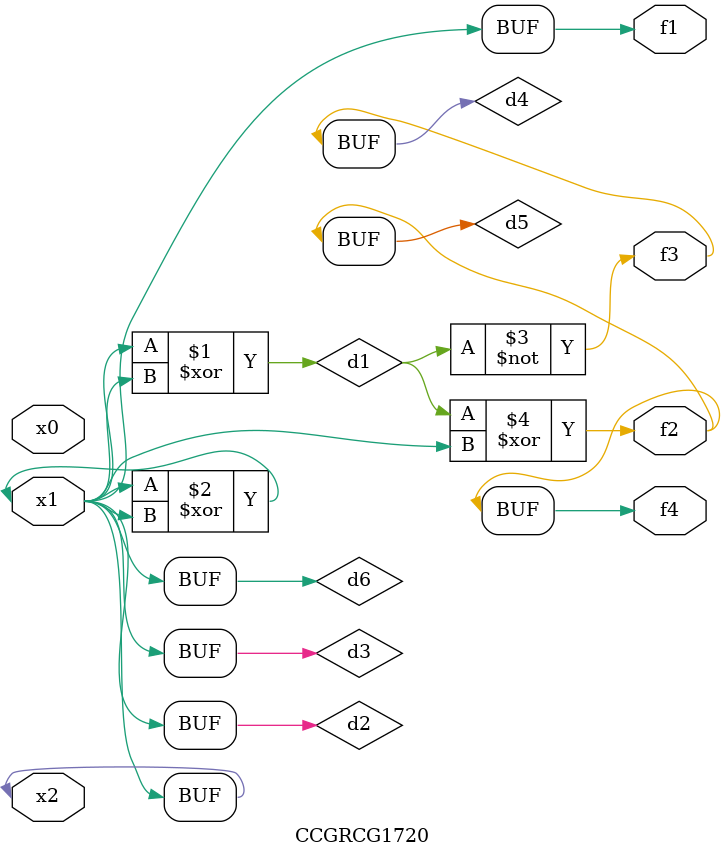
<source format=v>
module CCGRCG1720(
	input x0, x1, x2,
	output f1, f2, f3, f4
);

	wire d1, d2, d3, d4, d5, d6;

	xor (d1, x1, x2);
	buf (d2, x1, x2);
	xor (d3, x1, x2);
	nor (d4, d1);
	xor (d5, d1, d2);
	buf (d6, d2, d3);
	assign f1 = d6;
	assign f2 = d5;
	assign f3 = d4;
	assign f4 = d5;
endmodule

</source>
